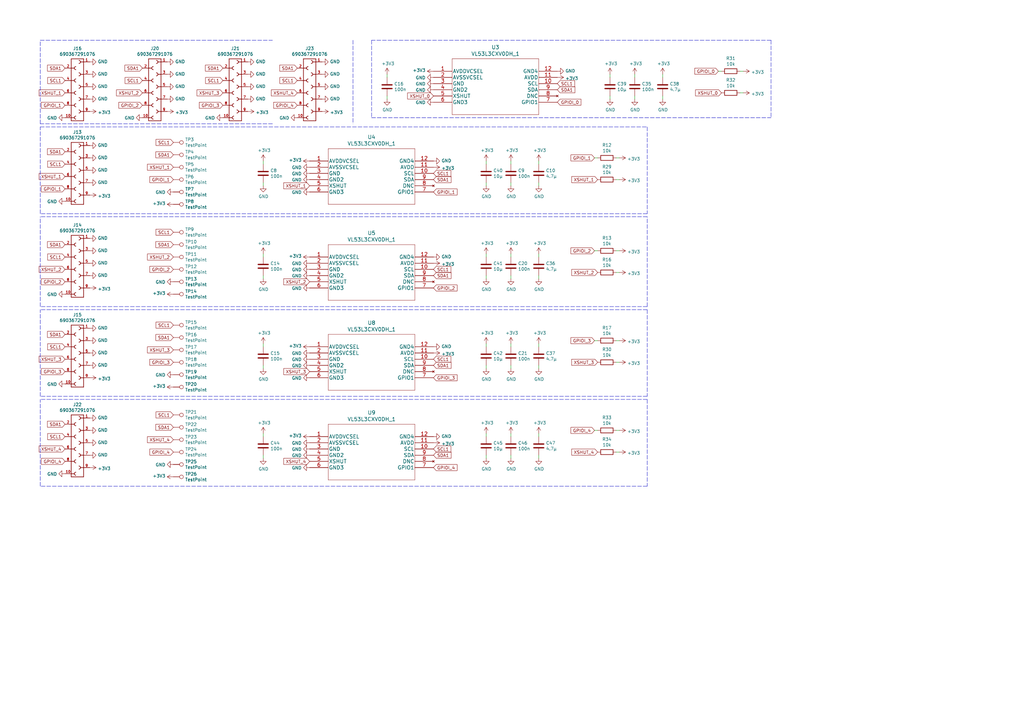
<source format=kicad_sch>
(kicad_sch (version 20211123) (generator eeschema)
  (paper "A3")
  (title_block (title "Sensors") (date "2022-03-04") (rev "V0.1") (company "AP Hogeschool & ED&A"))
  (polyline (pts (xy 16.51 52.07) (xy 265.43 52.07)))
  (wire (pts (xy 199.39 151.13) (xy 199.39 149.86)))
  (polyline (pts (xy 16.51 199.39) (xy 16.51 163.83)))
  (wire (pts (xy 107.95 187.96) (xy 107.95 186.69)))
  (wire (pts (xy 220.98 186.69) (xy 220.98 187.96)))
  (wire (pts (xy 199.39 114.3) (xy 199.39 113.03)))
  (polyline (pts (xy 265.43 87.63) (xy 16.51 87.63)))
  (wire (pts (xy 304.8 38.1) (xy 303.53 38.1)))
  (wire (pts (xy 254 73.66) (xy 252.73 73.66)))
  (polyline (pts (xy 316.23 16.51) (xy 152.4 16.51)))
  (polyline (pts (xy 16.51 16.51) (xy 111.76 16.51)))
  (polyline (pts (xy 111.76 50.8) (xy 16.51 50.8)))
  (polyline (pts (xy 316.23 16.51) (xy 316.23 48.26)))
  (wire (pts (xy 220.98 140.97) (xy 220.98 142.24)))
  (wire (pts (xy 252.73 139.7) (xy 254 139.7)))
  (wire (pts (xy 199.39 67.31) (xy 199.39 66.04)))
  (wire (pts (xy 250.19 31.75) (xy 250.19 30.48)))
  (polyline (pts (xy 265.43 125.73) (xy 265.43 88.9)))
  (wire (pts (xy 254 111.76) (xy 252.73 111.76)))
  (wire (pts (xy 243.84 102.87) (xy 245.11 102.87)))
  (wire (pts (xy 252.73 64.77) (xy 254 64.77)))
  (polyline (pts (xy 16.51 162.56) (xy 16.51 127)))
  (wire (pts (xy 254 185.42) (xy 252.73 185.42)))
  (wire (pts (xy 271.78 39.37) (xy 271.78 40.64)))
  (polyline (pts (xy 265.43 52.07) (xy 265.43 87.63)))
  (wire (pts (xy 260.35 40.64) (xy 260.35 39.37)))
  (polyline (pts (xy 265.43 162.56) (xy 16.51 162.56)))
  (wire (pts (xy 220.98 104.14) (xy 220.98 105.41)))
  (wire (pts (xy 107.95 179.07) (xy 107.95 177.8)))
  (wire (pts (xy 220.98 177.8) (xy 220.98 179.07)))
  (wire (pts (xy 294.64 29.21) (xy 295.91 29.21)))
  (polyline (pts (xy 16.51 125.73) (xy 16.51 88.9)))
  (wire (pts (xy 199.39 105.41) (xy 199.39 104.14)))
  (wire (pts (xy 220.98 149.86) (xy 220.98 151.13)))
  (polyline (pts (xy 265.43 125.73) (xy 16.51 125.73)))
  (wire (pts (xy 107.95 151.13) (xy 107.95 149.86)))
  (wire (pts (xy 252.73 102.87) (xy 254 102.87)))
  (wire (pts (xy 107.95 114.3) (xy 107.95 113.03)))
  (wire (pts (xy 250.19 40.64) (xy 250.19 39.37)))
  (wire (pts (xy 209.55 142.24) (xy 209.55 140.97)))
  (wire (pts (xy 220.98 113.03) (xy 220.98 114.3)))
  (wire (pts (xy 243.84 64.77) (xy 245.11 64.77)))
  (wire (pts (xy 199.39 142.24) (xy 199.39 140.97)))
  (wire (pts (xy 209.55 76.2) (xy 209.55 74.93)))
  (wire (pts (xy 158.75 40.64) (xy 158.75 39.37)))
  (wire (pts (xy 303.53 29.21) (xy 304.8 29.21)))
  (wire (pts (xy 209.55 151.13) (xy 209.55 149.86)))
  (wire (pts (xy 209.55 105.41) (xy 209.55 104.14)))
  (polyline (pts (xy 144.78 16.51) (xy 144.78 50.8)))
  (polyline (pts (xy 265.43 88.9) (xy 16.51 88.9)))
  (polyline (pts (xy 265.43 127) (xy 16.51 127)))
  (wire (pts (xy 220.98 74.93) (xy 220.98 76.2)))
  (polyline (pts (xy 16.51 87.63) (xy 16.51 52.07)))
  (wire (pts (xy 243.84 139.7) (xy 245.11 139.7)))
  (polyline (pts (xy 265.43 127) (xy 265.43 162.56)))
  (wire (pts (xy 209.55 179.07) (xy 209.55 177.8)))
  (wire (pts (xy 199.39 179.07) (xy 199.39 177.8)))
  (wire (pts (xy 107.95 76.2) (xy 107.95 74.93)))
  (wire (pts (xy 252.73 176.53) (xy 254 176.53)))
  (wire (pts (xy 220.98 66.04) (xy 220.98 67.31)))
  (wire (pts (xy 107.95 105.41) (xy 107.95 104.14)))
  (wire (pts (xy 260.35 31.75) (xy 260.35 30.48)))
  (polyline (pts (xy 16.51 50.8) (xy 16.51 16.51)))
  (wire (pts (xy 209.55 187.96) (xy 209.55 186.69)))
  (wire (pts (xy 243.84 176.53) (xy 245.11 176.53)))
  (polyline (pts (xy 152.4 48.26) (xy 316.23 48.26)))
  (wire (pts (xy 107.95 67.31) (xy 107.95 66.04)))
  (polyline (pts (xy 265.43 163.83) (xy 16.51 163.83)))
  (polyline (pts (xy 265.43 163.83) (xy 265.43 199.39)))
  (polyline (pts (xy 152.4 16.51) (xy 152.4 48.26)))
  (polyline (pts (xy 265.43 199.39) (xy 16.51 199.39)))
  (wire (pts (xy 107.95 142.24) (xy 107.95 140.97)))
  (wire (pts (xy 271.78 30.48) (xy 271.78 31.75)))
  (wire (pts (xy 199.39 187.96) (xy 199.39 186.69)))
  (wire (pts (xy 199.39 76.2) (xy 199.39 74.93)))
  (wire (pts (xy 254 148.59) (xy 252.73 148.59)))
  (wire (pts (xy 209.55 67.31) (xy 209.55 66.04)))
  (wire (pts (xy 158.75 31.75) (xy 158.75 30.48)))
  (wire (pts (xy 209.55 114.3) (xy 209.55 113.03)))
  (global_label "SCL1" (shape input) (at 177.8 147.32 0) (property "Intersheet References" "${INTERSHEET_REFS}" (effects hide)))
  (global_label "XSHUT_2" (shape input) (at 58.42 38.1 180) (property "Intersheet References" "${INTERSHEET_REFS}" (effects hide)))
  (global_label "GPIOI_2" (shape input) (at 177.8 118.11 0) (property "Intersheet References" "${INTERSHEET_REFS}" (effects hide)))
  (global_label "XSHUT_3" (shape input) (at 127 152.4 180) (property "Intersheet References" "${INTERSHEET_REFS}" (effects hide)))
  (global_label "SDA1" (shape input) (at 26.67 137.16 180) (property "Intersheet References" "${INTERSHEET_REFS}" (effects hide)))
  (global_label "SDA1" (shape input) (at 71.12 100.33 180) (property "Intersheet References" "${INTERSHEET_REFS}" (effects hide)))
  (global_label "SCL1" (shape input) (at 177.8 71.12 0) (property "Intersheet References" "${INTERSHEET_REFS}" (effects hide)))
  (global_label "SDA1" (shape input) (at 26.67 173.99 180) (property "Intersheet References" "${INTERSHEET_REFS}" (effects hide)))
  (global_label "XSHUT_1" (shape input) (at 26.67 38.1 180) (property "Intersheet References" "${INTERSHEET_REFS}" (effects hide)))
  (global_label "SDA1" (shape input) (at 26.67 62.23 180) (property "Intersheet References" "${INTERSHEET_REFS}" (effects hide)))
  (global_label "XSHUT_4" (shape input) (at 127 189.23 180) (property "Intersheet References" "${INTERSHEET_REFS}" (effects hide)))
  (global_label "SCL1" (shape input) (at 26.67 33.02 180) (property "Intersheet References" "${INTERSHEET_REFS}" (effects hide)))
  (global_label "SCL1" (shape input) (at 58.42 33.02 180) (property "Intersheet References" "${INTERSHEET_REFS}" (effects hide)))
  (global_label "SCL1" (shape input) (at 71.12 170.18 180) (property "Intersheet References" "${INTERSHEET_REFS}" (effects hide)))
  (global_label "GPIOI_2" (shape input) (at 243.84 102.87 180) (property "Intersheet References" "${INTERSHEET_REFS}" (effects hide)))
  (global_label "SDA1" (shape input) (at 91.44 27.94 180) (property "Intersheet References" "${INTERSHEET_REFS}" (effects hide)))
  (global_label "GPIOI_4" (shape input) (at 71.12 185.42 180) (property "Intersheet References" "${INTERSHEET_REFS}" (effects hide)))
  (global_label "SCL1" (shape input) (at 228.6 34.29 0) (property "Intersheet References" "${INTERSHEET_REFS}" (effects hide)))
  (global_label "XSHUT_4" (shape input) (at 121.92 38.1 180) (property "Intersheet References" "${INTERSHEET_REFS}" (effects hide)))
  (global_label "SCL1" (shape input) (at 177.8 110.49 0) (property "Intersheet References" "${INTERSHEET_REFS}" (effects hide)))
  (global_label "GPIOI_4" (shape input) (at 177.8 191.77 0) (property "Intersheet References" "${INTERSHEET_REFS}" (effects hide)))
  (global_label "XSHUT_2" (shape input) (at 245.11 111.76 180) (property "Intersheet References" "${INTERSHEET_REFS}" (effects hide)))
  (global_label "SCL1" (shape input) (at 71.12 58.42 180) (property "Intersheet References" "${INTERSHEET_REFS}" (effects hide)))
  (global_label "SCL1" (shape input) (at 121.92 33.02 180) (property "Intersheet References" "${INTERSHEET_REFS}" (effects hide)))
  (global_label "GPIOI_3" (shape input) (at 71.12 148.59 180) (property "Intersheet References" "${INTERSHEET_REFS}" (effects hide)))
  (global_label "SDA1" (shape input) (at 177.8 186.69 0) (property "Intersheet References" "${INTERSHEET_REFS}" (effects hide)))
  (global_label "SCL1" (shape input) (at 71.12 133.35 180) (property "Intersheet References" "${INTERSHEET_REFS}" (effects hide)))
  (global_label "XSHUT_2" (shape input) (at 71.12 105.41 180) (property "Intersheet References" "${INTERSHEET_REFS}" (effects hide)))
  (global_label "XSHUT_3" (shape input) (at 245.11 148.59 180) (property "Intersheet References" "${INTERSHEET_REFS}" (effects hide)))
  (global_label "XSHUT_2" (shape input) (at 127 115.57 180) (property "Intersheet References" "${INTERSHEET_REFS}" (effects hide)))
  (global_label "GPIOI_3" (shape input) (at 177.8 154.94 0) (property "Intersheet References" "${INTERSHEET_REFS}" (effects hide)))
  (global_label "XSHUT_1" (shape input) (at 26.67 72.39 180) (property "Intersheet References" "${INTERSHEET_REFS}" (effects hide)))
  (global_label "GPIOI_4" (shape input) (at 26.67 189.23 180) (property "Intersheet References" "${INTERSHEET_REFS}" (effects hide)))
  (global_label "GPIOI_3" (shape input) (at 26.67 152.4 180) (property "Intersheet References" "${INTERSHEET_REFS}" (effects hide)))
  (global_label "XSHUT_4" (shape input) (at 26.67 184.15 180) (property "Intersheet References" "${INTERSHEET_REFS}" (effects hide)))
  (global_label "SDA1" (shape input) (at 71.12 63.5 180) (property "Intersheet References" "${INTERSHEET_REFS}" (effects hide)))
  (global_label "GPIOI_0" (shape input) (at 294.64 29.21 180) (property "Intersheet References" "${INTERSHEET_REFS}" (effects hide)))
  (global_label "GPIOI_1" (shape input) (at 26.67 43.18 180) (property "Intersheet References" "${INTERSHEET_REFS}" (effects hide)))
  (global_label "SDA1" (shape input) (at 71.12 175.26 180) (property "Intersheet References" "${INTERSHEET_REFS}" (effects hide)))
  (global_label "GPIOI_0" (shape input) (at 228.6 41.91 0) (property "Intersheet References" "${INTERSHEET_REFS}" (effects hide)))
  (global_label "SDA1" (shape input) (at 121.92 27.94 180) (property "Intersheet References" "${INTERSHEET_REFS}" (effects hide)))
  (global_label "SDA1" (shape input) (at 71.12 138.43 180) (property "Intersheet References" "${INTERSHEET_REFS}" (effects hide)))
  (global_label "XSHUT_4" (shape input) (at 71.12 180.34 180) (property "Intersheet References" "${INTERSHEET_REFS}" (effects hide)))
  (global_label "GPIOI_2" (shape input) (at 58.42 43.18 180) (property "Intersheet References" "${INTERSHEET_REFS}" (effects hide)))
  (global_label "XSHUT_2" (shape input) (at 26.67 110.49 180) (property "Intersheet References" "${INTERSHEET_REFS}" (effects hide)))
  (global_label "GPIOI_4" (shape input) (at 121.92 43.18 180) (property "Intersheet References" "${INTERSHEET_REFS}" (effects hide)))
  (global_label "XSHUT_3" (shape input) (at 91.44 38.1 180) (property "Intersheet References" "${INTERSHEET_REFS}" (effects hide)))
  (global_label "GPIOI_4" (shape input) (at 243.84 176.53 180) (property "Intersheet References" "${INTERSHEET_REFS}" (effects hide)))
  (global_label "XSHUT_3" (shape input) (at 26.67 147.32 180) (property "Intersheet References" "${INTERSHEET_REFS}" (effects hide)))
  (global_label "GPIOI_1" (shape input) (at 177.8 78.74 0) (property "Intersheet References" "${INTERSHEET_REFS}" (effects hide)))
  (global_label "SDA1" (shape input) (at 58.42 27.94 180) (property "Intersheet References" "${INTERSHEET_REFS}" (effects hide)))
  (global_label "XSHUT_4" (shape input) (at 245.11 185.42 180) (property "Intersheet References" "${INTERSHEET_REFS}" (effects hide)))
  (global_label "GPIOI_1" (shape input) (at 71.12 73.66 180) (property "Intersheet References" "${INTERSHEET_REFS}" (effects hide)))
  (global_label "GPIOI_2" (shape input) (at 71.12 110.49 180) (property "Intersheet References" "${INTERSHEET_REFS}" (effects hide)))
  (global_label "GPIOI_3" (shape input) (at 243.84 139.7 180) (property "Intersheet References" "${INTERSHEET_REFS}" (effects hide)))
  (global_label "GPIOI_2" (shape input) (at 26.67 115.57 180) (property "Intersheet References" "${INTERSHEET_REFS}" (effects hide)))
  (global_label "SDA1" (shape input) (at 177.8 73.66 0) (property "Intersheet References" "${INTERSHEET_REFS}" (effects hide)))
  (global_label "SCL1" (shape input) (at 177.8 184.15 0) (property "Intersheet References" "${INTERSHEET_REFS}" (effects hide)))
  (global_label "GPIOI_1" (shape input) (at 243.84 64.77 180) (property "Intersheet References" "${INTERSHEET_REFS}" (effects hide)))
  (global_label "SCL1" (shape input) (at 26.67 179.07 180) (property "Intersheet References" "${INTERSHEET_REFS}" (effects hide)))
  (global_label "SDA1" (shape input) (at 26.67 100.33 180) (property "Intersheet References" "${INTERSHEET_REFS}" (effects hide)))
  (global_label "GPIOI_1" (shape input) (at 26.67 77.47 180) (property "Intersheet References" "${INTERSHEET_REFS}" (effects hide)))
  (global_label "XSHUT_3" (shape input) (at 71.12 143.51 180) (property "Intersheet References" "${INTERSHEET_REFS}" (effects hide)))
  (global_label "SCL1" (shape input) (at 71.12 95.25 180) (property "Intersheet References" "${INTERSHEET_REFS}" (effects hide)))
  (global_label "SDA1" (shape input) (at 228.6 36.83 0) (property "Intersheet References" "${INTERSHEET_REFS}" (effects hide)))
  (global_label "SDA1" (shape input) (at 177.8 149.86 0) (property "Intersheet References" "${INTERSHEET_REFS}" (effects hide)))
  (global_label "SCL1" (shape input) (at 26.67 142.24 180) (property "Intersheet References" "${INTERSHEET_REFS}" (effects hide)))
  (global_label "XSHUT_0" (shape input) (at 295.91 38.1 180) (property "Intersheet References" "${INTERSHEET_REFS}" (effects hide)))
  (global_label "XSHUT_0" (shape input) (at 177.8 39.37 180) (property "Intersheet References" "${INTERSHEET_REFS}" (effects hide)))
  (global_label "GPIOI_3" (shape input) (at 91.44 43.18 180) (property "Intersheet References" "${INTERSHEET_REFS}" (effects hide)))
  (global_label "XSHUT_1" (shape input) (at 71.12 68.58 180) (property "Intersheet References" "${INTERSHEET_REFS}" (effects hide)))
  (global_label "SDA1" (shape input) (at 26.67 27.94 180) (property "Intersheet References" "${INTERSHEET_REFS}" (effects hide)))
  (global_label "SCL1" (shape input) (at 26.67 67.31 180) (property "Intersheet References" "${INTERSHEET_REFS}" (effects hide)))
  (global_label "XSHUT_1" (shape input) (at 245.11 73.66 180) (property "Intersheet References" "${INTERSHEET_REFS}" (effects hide)))
  (global_label "XSHUT_1" (shape input) (at 127 76.2 180) (property "Intersheet References" "${INTERSHEET_REFS}" (effects hide)))
  (global_label "SCL1" (shape input) (at 91.44 33.02 180) (property "Intersheet References" "${INTERSHEET_REFS}" (effects hide)))
  (global_label "SDA1" (shape input) (at 177.8 113.03 0) (property "Intersheet References" "${INTERSHEET_REFS}" (effects hide)))
  (global_label "SCL1" (shape input) (at 26.67 105.41 180) (property "Intersheet References" "${INTERSHEET_REFS}" (effects hide)))
  (symbol (lib_id "power:GND") (at 36.83 59.69 90) (unit 1)
    (property "Reference" "#PWR0147" (effects hide))
    (property "Value" "GND" (at 40.0812 59.563 90) (effects (justify right)))
  )
  (symbol (lib_id "power:GND") (at 36.83 64.77 90) (unit 1)
    (property "Reference" "#PWR0148" (effects hide))
    (property "Value" "GND" (at 40.0812 64.643 90) (effects (justify right)))
  )
  (symbol (lib_id "power:GND") (at 36.83 69.85 90) (unit 1)
    (property "Reference" "#PWR0149" (effects hide))
    (property "Value" "GND" (at 40.0812 69.723 90) (effects (justify right)))
  )
  (symbol (lib_id "power:GND") (at 26.67 82.55 270) (unit 1)
    (property "Reference" "#PWR0150" (effects hide))
    (property "Value" "GND" (at 23.4188 82.677 90) (effects (justify right)))
  )
  (symbol (lib_id "power:GND") (at 36.83 74.93 90) (unit 1)
    (property "Reference" "#PWR0151" (effects hide))
    (property "Value" "GND" (at 40.0812 74.803 90) (effects (justify right)))
  )
  (symbol (lib_id "power:+3.3V") (at 36.83 80.01 270) (unit 1)
    (property "Reference" "#PWR0153" (effects hide))
    (property "Value" "+3.3V" (at 40.0812 80.391 90) (effects (justify left)))
  )
  (symbol (lib_id "power:+3.3V") (at 254 73.66 270) (unit 1)
    (property "Reference" "#PWR0154" (effects hide))
    (property "Value" "+3.3V" (at 257.2512 74.041 90) (effects (justify left)))
  )
  (symbol (lib_id "power:+3.3V") (at 177.8 68.58 270) (unit 1)
    (property "Reference" "#PWR0155" (effects hide))
    (property "Value" "+3.3V" (at 181.0512 68.961 90) (effects (justify left)))
  )
  (symbol (lib_id "power:+3.3V") (at 127 66.04 90) (unit 1)
    (property "Reference" "#PWR0156" (effects hide))
    (property "Value" "+3.3V" (at 123.7488 65.659 90) (effects (justify left)))
  )
  (symbol (lib_id "power:+3.3V") (at 107.95 66.04 0) (unit 1)
    (property "Reference" "#PWR0157" (effects hide))
    (property "Value" "+3.3V" (at 108.331 61.6458 0))
  )
  (symbol (lib_id "power:+3.3V") (at 209.55 66.04 0) (unit 1)
    (property "Reference" "#PWR0158" (effects hide))
    (property "Value" "+3.3V" (at 209.931 61.6458 0))
  )
  (symbol (lib_id "power:+3.3V") (at 220.98 66.04 0) (unit 1)
    (property "Reference" "#PWR0159" (effects hide))
    (property "Value" "+3.3V" (at 221.361 61.6458 0))
  )
  (symbol (lib_id "power:GND") (at 127 71.12 270) (unit 1)
    (property "Reference" "#PWR025" (effects hide))
    (property "Value" "GND" (at 123.7488 71.247 90) (effects (justify right)))
  )
  (symbol (lib_id "power:GND") (at 127 73.66 270) (unit 1)
    (property "Reference" "#PWR026" (effects hide))
    (property "Value" "GND" (at 123.7488 73.787 90) (effects (justify right)))
  )
  (symbol (lib_id "power:GND") (at 127 78.74 270) (unit 1)
    (property "Reference" "#PWR027" (effects hide))
    (property "Value" "GND" (at 123.7488 78.867 90) (effects (justify right)))
  )
  (symbol (lib_id "power:GND") (at 127 68.58 270) (unit 1)
    (property "Reference" "#PWR024" (effects hide))
    (property "Value" "GND" (at 123.7488 68.707 90) (effects (justify right)))
  )
  (symbol (lib_id "Device:C") (at 209.55 71.12 0) (unit 1)
    (property "Reference" "C9" (at 212.471 69.9516 0) (effects (justify left)))
    (property "Value" "100n" (at 212.471 72.263 0) (effects (justify left)))
    (property "Footprint" "Capacitor_SMD:C_0603_1608Metric_Pad1.08x0.95mm_HandSolder" (effects hide))
  )
  (symbol (lib_id "Device:C") (at 220.98 71.12 0) (unit 1)
    (property "Reference" "C10" (at 223.901 69.9516 0) (effects (justify left)))
    (property "Value" "4.7µ" (at 223.901 72.263 0) (effects (justify left)))
    (property "Footprint" "Capacitor_SMD:C_0805_2012Metric_Pad1.18x1.45mm_HandSolder" (effects hide))
  )
  (symbol (lib_id "power:GND") (at 209.55 76.2 0) (unit 1)
    (property "Reference" "#PWR031" (effects hide))
    (property "Value" "GND" (at 209.677 80.5942 0))
  )
  (symbol (lib_id "power:GND") (at 220.98 76.2 0) (unit 1)
    (property "Reference" "#PWR033" (effects hide))
    (property "Value" "GND" (at 221.107 80.5942 0))
  )
  (symbol (lib_id "Device:R") (at 248.92 64.77 270) (unit 1)
    (property "Reference" "R12" (at 248.92 59.5122 90))
    (property "Value" "10k" (at 248.92 61.8236 90))
    (property "Footprint" "Resistor_SMD:R_0805_2012Metric_Pad1.20x1.40mm_HandSolder" (effects hide))
  )
  (symbol (lib_id "power:+3.3V") (at 254 64.77 270) (unit 1)
    (property "Reference" "#PWR034" (effects hide))
    (property "Value" "+3.3V" (at 257.2512 65.151 90) (effects (justify left)))
  )
  (symbol (lib_id "Device:C") (at 107.95 71.12 0) (unit 1)
    (property "Reference" "C8" (at 110.871 69.9516 0) (effects (justify left)))
    (property "Value" "100n" (at 110.871 72.263 0) (effects (justify left)))
    (property "Footprint" "Capacitor_SMD:C_0603_1608Metric_Pad1.08x0.95mm_HandSolder" (effects hide))
  )
  (symbol (lib_id "power:GND") (at 107.95 76.2 0) (unit 1)
    (property "Reference" "#PWR022" (effects hide))
    (property "Value" "GND" (at 108.077 80.5942 0))
  )
  (symbol (lib_id "power:GND") (at 127 110.49 270) (unit 1)
    (property "Reference" "#PWR0160" (effects hide))
    (property "Value" "GND" (at 123.7488 110.617 90) (effects (justify right)))
  )
  (symbol (lib_id "power:GND") (at 127 113.03 270) (unit 1)
    (property "Reference" "#PWR0161" (effects hide))
    (property "Value" "GND" (at 123.7488 113.157 90) (effects (justify right)))
  )
  (symbol (lib_id "power:GND") (at 127 118.11 270) (unit 1)
    (property "Reference" "#PWR0162" (effects hide))
    (property "Value" "GND" (at 123.7488 118.237 90) (effects (justify right)))
  )
  (symbol (lib_id "power:GND") (at 127 107.95 270) (unit 1)
    (property "Reference" "#PWR0163" (effects hide))
    (property "Value" "GND" (at 123.7488 108.077 90) (effects (justify right)))
  )
  (symbol (lib_id "Device:C") (at 209.55 109.22 0) (unit 1)
    (property "Reference" "C20" (at 212.471 108.0516 0) (effects (justify left)))
    (property "Value" "100n" (at 212.471 110.363 0) (effects (justify left)))
    (property "Footprint" "Capacitor_SMD:C_0603_1608Metric_Pad1.08x0.95mm_HandSolder" (effects hide))
  )
  (symbol (lib_id "Device:C") (at 220.98 109.22 0) (unit 1)
    (property "Reference" "C36" (at 223.901 108.0516 0) (effects (justify left)))
    (property "Value" "4.7µ" (at 223.901 110.363 0) (effects (justify left)))
    (property "Footprint" "Capacitor_SMD:C_0805_2012Metric_Pad1.18x1.45mm_HandSolder" (effects hide))
  )
  (symbol (lib_id "power:GND") (at 209.55 114.3 0) (unit 1)
    (property "Reference" "#PWR0164" (effects hide))
    (property "Value" "GND" (at 209.677 118.6942 0))
  )
  (symbol (lib_id "power:GND") (at 220.98 114.3 0) (unit 1)
    (property "Reference" "#PWR0165" (effects hide))
    (property "Value" "GND" (at 221.107 118.6942 0))
  )
  (symbol (lib_id "Device:R") (at 248.92 102.87 270) (unit 1)
    (property "Reference" "R13" (at 248.92 97.6122 90))
    (property "Value" "10k" (at 248.92 99.9236 90))
    (property "Footprint" "Resistor_SMD:R_0805_2012Metric_Pad1.20x1.40mm_HandSolder" (effects hide))
  )
  (symbol (lib_id "power:+3.3V") (at 254 102.87 270) (unit 1)
    (property "Reference" "#PWR0166" (effects hide))
    (property "Value" "+3.3V" (at 257.2512 103.251 90) (effects (justify left)))
  )
  (symbol (lib_id "Device:C") (at 107.95 109.22 0) (unit 1)
    (property "Reference" "C14" (at 110.871 108.0516 0) (effects (justify left)))
    (property "Value" "100n" (at 110.871 110.363 0) (effects (justify left)))
    (property "Footprint" "Capacitor_SMD:C_0603_1608Metric_Pad1.08x0.95mm_HandSolder" (effects hide))
  )
  (symbol (lib_id "power:GND") (at 107.95 114.3 0) (unit 1)
    (property "Reference" "#PWR0167" (effects hide))
    (property "Value" "GND" (at 108.077 118.6942 0))
  )
  (symbol (lib_id "Device:R") (at 248.92 111.76 270) (unit 1)
    (property "Reference" "R16" (at 248.92 106.5022 90))
    (property "Value" "10k" (at 248.92 108.8136 90))
    (property "Footprint" "Resistor_SMD:R_0805_2012Metric_Pad1.20x1.40mm_HandSolder" (effects hide))
  )
  (symbol (lib_id "power:GND") (at 177.8 105.41 90) (unit 1)
    (property "Reference" "#PWR0168" (effects hide))
    (property "Value" "GND" (at 181.0512 105.283 90) (effects (justify right)))
  )
  (symbol (lib_id "power:GND") (at 36.83 97.79 90) (unit 1)
    (property "Reference" "#PWR0169" (effects hide))
    (property "Value" "GND" (at 40.0812 97.663 90) (effects (justify right)))
  )
  (symbol (lib_id "power:GND") (at 36.83 102.87 90) (unit 1)
    (property "Reference" "#PWR0170" (effects hide))
    (property "Value" "GND" (at 40.0812 102.743 90) (effects (justify right)))
  )
  (symbol (lib_id "power:GND") (at 36.83 107.95 90) (unit 1)
    (property "Reference" "#PWR0171" (effects hide))
    (property "Value" "GND" (at 40.0812 107.823 90) (effects (justify right)))
  )
  (symbol (lib_id "power:GND") (at 26.67 120.65 270) (unit 1)
    (property "Reference" "#PWR0172" (effects hide))
    (property "Value" "GND" (at 23.4188 120.777 90) (effects (justify right)))
  )
  (symbol (lib_id "power:GND") (at 36.83 113.03 90) (unit 1)
    (property "Reference" "#PWR0173" (effects hide))
    (property "Value" "GND" (at 40.0812 112.903 90) (effects (justify right)))
  )
  (symbol (lib_id "power:+3.3V") (at 36.83 118.11 270) (unit 1)
    (property "Reference" "#PWR0174" (effects hide))
    (property "Value" "+3.3V" (at 40.0812 118.491 90) (effects (justify left)))
  )
  (symbol (lib_id "power:+3.3V") (at 254 111.76 270) (unit 1)
    (property "Reference" "#PWR0175" (effects hide))
    (property "Value" "+3.3V" (at 257.2512 112.141 90) (effects (justify left)))
  )
  (symbol (lib_id "power:+3.3V") (at 177.8 107.95 270) (unit 1)
    (property "Reference" "#PWR0176" (effects hide))
    (property "Value" "+3.3V" (at 181.0512 108.331 90) (effects (justify left)))
  )
  (symbol (lib_id "power:+3.3V") (at 127 105.41 90) (unit 1)
    (property "Reference" "#PWR0177" (effects hide))
    (property "Value" "+3.3V" (at 123.7488 105.029 90) (effects (justify left)))
  )
  (symbol (lib_id "power:+3.3V") (at 107.95 104.14 0) (unit 1)
    (property "Reference" "#PWR0178" (effects hide))
    (property "Value" "+3.3V" (at 108.331 99.7458 0))
  )
  (symbol (lib_id "power:+3.3V") (at 209.55 104.14 0) (unit 1)
    (property "Reference" "#PWR0179" (effects hide))
    (property "Value" "+3.3V" (at 209.931 99.7458 0))
  )
  (symbol (lib_id "power:+3.3V") (at 220.98 104.14 0) (unit 1)
    (property "Reference" "#PWR0180" (effects hide))
    (property "Value" "+3.3V" (at 221.361 99.7458 0))
  )
  (symbol (lib_id "power:GND") (at 127 147.32 270) (unit 1)
    (property "Reference" "#PWR0181" (effects hide))
    (property "Value" "GND" (at 123.7488 147.447 90) (effects (justify right)))
  )
  (symbol (lib_id "power:GND") (at 127 149.86 270) (unit 1)
    (property "Reference" "#PWR0182" (effects hide))
    (property "Value" "GND" (at 123.7488 149.987 90) (effects (justify right)))
  )
  (symbol (lib_id "power:GND") (at 127 154.94 270) (unit 1)
    (property "Reference" "#PWR0183" (effects hide))
    (property "Value" "GND" (at 123.7488 155.067 90) (effects (justify right)))
  )
  (symbol (lib_id "power:GND") (at 127 144.78 270) (unit 1)
    (property "Reference" "#PWR0184" (effects hide))
    (property "Value" "GND" (at 123.7488 144.907 90) (effects (justify right)))
  )
  (symbol (lib_id "Device:C") (at 209.55 146.05 0) (unit 1)
    (property "Reference" "C21" (at 212.471 144.8816 0) (effects (justify left)))
    (property "Value" "100n" (at 212.471 147.193 0) (effects (justify left)))
    (property "Footprint" "Capacitor_SMD:C_0603_1608Metric_Pad1.08x0.95mm_HandSolder" (effects hide))
  )
  (symbol (lib_id "Device:C") (at 220.98 146.05 0) (unit 1)
    (property "Reference" "C37" (at 223.901 144.8816 0) (effects (justify left)))
    (property "Value" "4.7µ" (at 223.901 147.193 0) (effects (justify left)))
    (property "Footprint" "Capacitor_SMD:C_0805_2012Metric_Pad1.18x1.45mm_HandSolder" (effects hide))
  )
  (symbol (lib_id "power:GND") (at 209.55 151.13 0) (unit 1)
    (property "Reference" "#PWR0185" (effects hide))
    (property "Value" "GND" (at 209.677 155.5242 0))
  )
  (symbol (lib_id "power:GND") (at 220.98 151.13 0) (unit 1)
    (property "Reference" "#PWR0186" (effects hide))
    (property "Value" "GND" (at 221.107 155.5242 0))
  )
  (symbol (lib_id "Device:R") (at 248.92 139.7 270) (unit 1)
    (property "Reference" "R17" (at 248.92 134.4422 90))
    (property "Value" "10k" (at 248.92 136.7536 90))
    (property "Footprint" "Resistor_SMD:R_0805_2012Metric_Pad1.20x1.40mm_HandSolder" (effects hide))
  )
  (symbol (lib_id "power:+3.3V") (at 254 139.7 270) (unit 1)
    (property "Reference" "#PWR0187" (effects hide))
    (property "Value" "+3.3V" (at 257.2512 140.081 90) (effects (justify left)))
  )
  (symbol (lib_id "Device:C") (at 107.95 146.05 0) (unit 1)
    (property "Reference" "C15" (at 110.871 144.8816 0) (effects (justify left)))
    (property "Value" "100n" (at 110.871 147.193 0) (effects (justify left)))
    (property "Footprint" "Capacitor_SMD:C_0603_1608Metric_Pad1.08x0.95mm_HandSolder" (effects hide))
  )
  (symbol (lib_id "power:GND") (at 107.95 151.13 0) (unit 1)
    (property "Reference" "#PWR0188" (effects hide))
    (property "Value" "GND" (at 108.077 155.5242 0))
  )
  (symbol (lib_id "Device:R") (at 248.92 148.59 270) (unit 1)
    (property "Reference" "R30" (at 248.92 143.3322 90))
    (property "Value" "10k" (at 248.92 145.6436 90))
    (property "Footprint" "Resistor_SMD:R_0805_2012Metric_Pad1.20x1.40mm_HandSolder" (effects hide))
  )
  (symbol (lib_id "power:GND") (at 177.8 142.24 90) (unit 1)
    (property "Reference" "#PWR0189" (effects hide))
    (property "Value" "GND" (at 181.0512 142.113 90) (effects (justify right)))
  )
  (symbol (lib_id "power:GND") (at 36.83 134.62 90) (unit 1)
    (property "Reference" "#PWR0190" (effects hide))
    (property "Value" "GND" (at 40.0812 134.493 90) (effects (justify right)))
  )
  (symbol (lib_id "power:GND") (at 36.83 139.7 90) (unit 1)
    (property "Reference" "#PWR0191" (effects hide))
    (property "Value" "GND" (at 40.0812 139.573 90) (effects (justify right)))
  )
  (symbol (lib_id "power:GND") (at 36.83 144.78 90) (unit 1)
    (property "Reference" "#PWR0192" (effects hide))
    (property "Value" "GND" (at 40.0812 144.653 90) (effects (justify right)))
  )
  (symbol (lib_id "power:GND") (at 26.67 157.48 270) (unit 1)
    (property "Reference" "#PWR0193" (effects hide))
    (property "Value" "GND" (at 23.4188 157.607 90) (effects (justify right)))
  )
  (symbol (lib_id "power:GND") (at 36.83 149.86 90) (unit 1)
    (property "Reference" "#PWR0194" (effects hide))
    (property "Value" "GND" (at 40.0812 149.733 90) (effects (justify right)))
  )
  (symbol (lib_id "power:+3.3V") (at 36.83 154.94 270) (unit 1)
    (property "Reference" "#PWR0195" (effects hide))
    (property "Value" "+3.3V" (at 40.0812 155.321 90) (effects (justify left)))
  )
  (symbol (lib_id "power:+3.3V") (at 254 148.59 270) (unit 1)
    (property "Reference" "#PWR0200" (effects hide))
    (property "Value" "+3.3V" (at 257.2512 148.971 90) (effects (justify left)))
  )
  (symbol (lib_id "power:+3.3V") (at 177.8 144.78 270) (unit 1)
    (property "Reference" "#PWR0201" (effects hide))
    (property "Value" "+3.3V" (at 181.0512 145.161 90) (effects (justify left)))
  )
  (symbol (lib_id "power:+3.3V") (at 127 142.24 90) (unit 1)
    (property "Reference" "#PWR0202" (effects hide))
    (property "Value" "+3.3V" (at 123.7488 141.859 90) (effects (justify left)))
  )
  (symbol (lib_id "power:+3.3V") (at 107.95 140.97 0) (unit 1)
    (property "Reference" "#PWR0203" (effects hide))
    (property "Value" "+3.3V" (at 108.331 136.5758 0))
  )
  (symbol (lib_id "power:+3.3V") (at 209.55 140.97 0) (unit 1)
    (property "Reference" "#PWR0204" (effects hide))
    (property "Value" "+3.3V" (at 209.931 136.5758 0))
  )
  (symbol (lib_id "power:+3.3V") (at 220.98 140.97 0) (unit 1)
    (property "Reference" "#PWR0205" (effects hide))
    (property "Value" "+3.3V" (at 221.361 136.5758 0))
  )
  (symbol (lib_id "power:GND") (at 177.8 34.29 270) (unit 1)
    (property "Reference" "#PWR0206" (effects hide))
    (property "Value" "GND" (at 174.5488 34.417 90) (effects (justify right)))
  )
  (symbol (lib_id "power:GND") (at 177.8 36.83 270) (unit 1)
    (property "Reference" "#PWR0207" (effects hide))
    (property "Value" "GND" (at 174.5488 36.957 90) (effects (justify right)))
  )
  (symbol (lib_id "power:GND") (at 177.8 41.91 270) (unit 1)
    (property "Reference" "#PWR0208" (effects hide))
    (property "Value" "GND" (at 174.5488 42.037 90) (effects (justify right)))
  )
  (symbol (lib_id "power:GND") (at 177.8 31.75 270) (unit 1)
    (property "Reference" "#PWR0209" (effects hide))
    (property "Value" "GND" (at 174.5488 31.877 90) (effects (justify right)))
  )
  (symbol (lib_id "Device:C") (at 260.35 35.56 0) (unit 1)
    (property "Reference" "C35" (at 263.271 34.3916 0) (effects (justify left)))
    (property "Value" "100n" (at 263.271 36.703 0) (effects (justify left)))
    (property "Footprint" "Capacitor_SMD:C_0603_1608Metric_Pad1.08x0.95mm_HandSolder" (effects hide))
  )
  (symbol (lib_id "Device:C") (at 271.78 35.56 0) (unit 1)
    (property "Reference" "C38" (at 274.701 34.3916 0) (effects (justify left)))
    (property "Value" "4.7µ" (at 274.701 36.703 0) (effects (justify left)))
    (property "Footprint" "Capacitor_SMD:C_0805_2012Metric_Pad1.18x1.45mm_HandSolder" (effects hide))
  )
  (symbol (lib_id "power:GND") (at 260.35 40.64 0) (unit 1)
    (property "Reference" "#PWR0210" (effects hide))
    (property "Value" "GND" (at 260.477 45.0342 0))
  )
  (symbol (lib_id "power:GND") (at 271.78 40.64 0) (unit 1)
    (property "Reference" "#PWR0211" (effects hide))
    (property "Value" "GND" (at 271.907 45.0342 0))
  )
  (symbol (lib_id "Device:R") (at 299.72 29.21 270) (unit 1)
    (property "Reference" "R31" (at 299.72 23.9522 90))
    (property "Value" "10k" (at 299.72 26.2636 90))
    (property "Footprint" "Resistor_SMD:R_0805_2012Metric_Pad1.20x1.40mm_HandSolder" (effects hide))
  )
  (symbol (lib_id "power:+3.3V") (at 304.8 29.21 270) (unit 1)
    (property "Reference" "#PWR0212" (effects hide))
    (property "Value" "+3.3V" (at 308.0512 29.591 90) (effects (justify left)))
  )
  (symbol (lib_id "Device:C") (at 158.75 35.56 0) (unit 1)
    (property "Reference" "C16" (at 161.671 34.3916 0) (effects (justify left)))
    (property "Value" "100n" (at 161.671 36.703 0) (effects (justify left)))
    (property "Footprint" "Capacitor_SMD:C_0603_1608Metric_Pad1.08x0.95mm_HandSolder" (effects hide))
  )
  (symbol (lib_id "power:GND") (at 158.75 40.64 0) (unit 1)
    (property "Reference" "#PWR0213" (effects hide))
    (property "Value" "GND" (at 158.877 45.0342 0))
  )
  (symbol (lib_id "Device:R") (at 299.72 38.1 270) (unit 1)
    (property "Reference" "R32" (at 299.72 32.8422 90))
    (property "Value" "10k" (at 299.72 35.1536 90))
    (property "Footprint" "Resistor_SMD:R_0805_2012Metric_Pad1.20x1.40mm_HandSolder" (effects hide))
  )
  (symbol (lib_id "power:GND") (at 228.6 29.21 90) (unit 1)
    (property "Reference" "#PWR0214" (effects hide))
    (property "Value" "GND" (at 231.8512 29.083 90) (effects (justify right)))
  )
  (symbol (lib_id "power:+3.3V") (at 304.8 38.1 270) (unit 1)
    (property "Reference" "#PWR0215" (effects hide))
    (property "Value" "+3.3V" (at 308.0512 38.481 90) (effects (justify left)))
  )
  (symbol (lib_id "power:+3.3V") (at 228.6 31.75 270) (unit 1)
    (property "Reference" "#PWR0216" (effects hide))
    (property "Value" "+3.3V" (at 231.8512 32.131 90) (effects (justify left)))
  )
  (symbol (lib_id "power:+3.3V") (at 177.8 29.21 90) (unit 1)
    (property "Reference" "#PWR0217" (effects hide))
    (property "Value" "+3.3V" (at 174.5488 28.829 90) (effects (justify left)))
  )
  (symbol (lib_id "power:+3.3V") (at 158.75 30.48 0) (unit 1)
    (property "Reference" "#PWR0218" (effects hide))
    (property "Value" "+3.3V" (at 159.131 26.0858 0))
  )
  (symbol (lib_id "power:+3.3V") (at 260.35 30.48 0) (unit 1)
    (property "Reference" "#PWR0219" (effects hide))
    (property "Value" "+3.3V" (at 260.731 26.0858 0))
  )
  (symbol (lib_id "power:+3.3V") (at 271.78 30.48 0) (unit 1)
    (property "Reference" "#PWR0220" (effects hide))
    (property "Value" "+3.3V" (at 272.161 26.0858 0))
  )
  (symbol (lib_id "Device:R") (at 248.92 73.66 270) (unit 1)
    (property "Reference" "R29" (at 248.92 68.4022 90))
    (property "Value" "10k" (at 248.92 70.7136 90))
    (property "Footprint" "Resistor_SMD:R_0805_2012Metric_Pad1.20x1.40mm_HandSolder" (effects hide))
  )
  (symbol (lib_id "power:GND") (at 36.83 25.4 90) (unit 1)
    (property "Reference" "#PWR0221" (effects hide))
    (property "Value" "GND" (at 40.0812 25.273 90) (effects (justify right)))
  )
  (symbol (lib_id "power:GND") (at 36.83 30.48 90) (unit 1)
    (property "Reference" "#PWR0222" (effects hide))
    (property "Value" "GND" (at 40.0812 30.353 90) (effects (justify right)))
  )
  (symbol (lib_id "power:GND") (at 36.83 35.56 90) (unit 1)
    (property "Reference" "#PWR0223" (effects hide))
    (property "Value" "GND" (at 40.0812 35.433 90) (effects (justify right)))
  )
  (symbol (lib_id "power:GND") (at 26.67 48.26 270) (unit 1)
    (property "Reference" "#PWR0224" (effects hide))
    (property "Value" "GND" (at 23.4188 48.387 90) (effects (justify right)))
  )
  (symbol (lib_id "power:GND") (at 36.83 40.64 90) (unit 1)
    (property "Reference" "#PWR0225" (effects hide))
    (property "Value" "GND" (at 40.0812 40.513 90) (effects (justify right)))
  )
  (symbol (lib_id "power:+3.3V") (at 36.83 45.72 270) (unit 1)
    (property "Reference" "#PWR0226" (effects hide))
    (property "Value" "+3.3V" (at 40.0812 46.101 90) (effects (justify left)))
  )
  (symbol (lib_id "power:GND") (at 101.6 25.4 90) (unit 1)
    (property "Reference" "#PWR0227" (effects hide))
    (property "Value" "GND" (at 104.8512 25.273 90) (effects (justify right)))
  )
  (symbol (lib_id "power:GND") (at 101.6 30.48 90) (unit 1)
    (property "Reference" "#PWR0228" (effects hide))
    (property "Value" "GND" (at 104.8512 30.353 90) (effects (justify right)))
  )
  (symbol (lib_id "power:GND") (at 101.6 35.56 90) (unit 1)
    (property "Reference" "#PWR0229" (effects hide))
    (property "Value" "GND" (at 104.8512 35.433 90) (effects (justify right)))
  )
  (symbol (lib_id "power:GND") (at 91.44 48.26 270) (unit 1)
    (property "Reference" "#PWR0230" (effects hide))
    (property "Value" "GND" (at 88.1888 48.387 90) (effects (justify right)))
  )
  (symbol (lib_id "power:GND") (at 101.6 40.64 90) (unit 1)
    (property "Reference" "#PWR0231" (effects hide))
    (property "Value" "GND" (at 104.8512 40.513 90) (effects (justify right)))
  )
  (symbol (lib_id "power:+3.3V") (at 101.6 45.72 270) (unit 1)
    (property "Reference" "#PWR0232" (effects hide))
    (property "Value" "+3.3V" (at 104.8512 46.101 90) (effects (justify left)))
  )
  (symbol (lib_id "power:GND") (at 68.58 25.4 90) (unit 1)
    (property "Reference" "#PWR0233" (effects hide))
    (property "Value" "GND" (at 71.8312 25.273 90) (effects (justify right)))
  )
  (symbol (lib_id "power:GND") (at 68.58 30.48 90) (unit 1)
    (property "Reference" "#PWR0234" (effects hide))
    (property "Value" "GND" (at 71.8312 30.353 90) (effects (justify right)))
  )
  (symbol (lib_id "power:GND") (at 68.58 35.56 90) (unit 1)
    (property "Reference" "#PWR0235" (effects hide))
    (property "Value" "GND" (at 71.8312 35.433 90) (effects (justify right)))
  )
  (symbol (lib_id "power:GND") (at 58.42 48.26 270) (unit 1)
    (property "Reference" "#PWR0236" (effects hide))
    (property "Value" "GND" (at 55.1688 48.387 90) (effects (justify right)))
  )
  (symbol (lib_id "power:GND") (at 68.58 40.64 90) (unit 1)
    (property "Reference" "#PWR0237" (effects hide))
    (property "Value" "GND" (at 71.8312 40.513 90) (effects (justify right)))
  )
  (symbol (lib_id "power:+3.3V") (at 68.58 45.72 270) (unit 1)
    (property "Reference" "#PWR0238" (effects hide))
    (property "Value" "+3.3V" (at 71.8312 46.101 90) (effects (justify left)))
  )
  (symbol (lib_id "VL53L3CX:VL53L3CXV0DH_1") (at 127 66.04 0) (unit 1)
    (property "Reference" "U4" (at 152.4 56.2102 0) (effects (font (size 1.524 1.524))))
    (property "Value" "VL53L3CXV0DH_1" (at 152.4 58.9026 0) (effects (font (size 1.524 1.524))))
    (property "Footprint" "VL53L3CX:VL53L3CXV0DH&slash_1" (effects hide))
  )
  (symbol (lib_id "VL53L3CX:VL53L3CXV0DH_1") (at 127 105.41 0) (unit 1)
    (property "Reference" "U5" (at 152.4 95.5802 0) (effects (font (size 1.524 1.524))))
    (property "Value" "VL53L3CXV0DH_1" (at 152.4 98.2726 0) (effects (font (size 1.524 1.524))))
    (property "Footprint" "VL53L3CX:VL53L3CXV0DH&slash_1" (effects hide))
  )
  (symbol (lib_id "VL53L3CX:VL53L3CXV0DH_1") (at 127 142.24 0) (unit 1)
    (property "Reference" "U8" (at 152.4 132.4102 0) (effects (font (size 1.524 1.524))))
    (property "Value" "VL53L3CXV0DH_1" (at 152.4 135.1026 0) (effects (font (size 1.524 1.524))))
    (property "Footprint" "VL53L3CX:VL53L3CXV0DH&slash_1" (effects hide))
  )
  (symbol (lib_id "VL53L3CX:VL53L3CXV0DH_1") (at 177.8 29.21 0) (unit 1)
    (property "Reference" "U3" (at 203.2 19.3802 0) (effects (font (size 1.524 1.524))))
    (property "Value" "VL53L3CXV0DH_1" (at 203.2 22.0726 0) (effects (font (size 1.524 1.524))))
    (property "Footprint" "VL53L3CX:VL53L3CXV0DH&slash_1" (effects hide))
  )
  (symbol (lib_id "power:GND") (at 177.8 66.04 90) (unit 1)
    (property "Reference" "#PWR0152" (effects hide))
    (property "Value" "GND" (at 181.0512 65.913 90) (effects (justify right)))
  )
  (symbol (lib_id "Device:C") (at 250.19 35.56 0) (unit 1)
    (property "Reference" "C39" (at 253.111 34.3916 0) (effects (justify left)))
    (property "Value" "10µ" (at 253.111 36.703 0) (effects (justify left)))
    (property "Footprint" "Capacitor_SMD:C_1206_3216Metric_Pad1.33x1.80mm_HandSolder" (effects hide))
  )
  (symbol (lib_id "power:+3.3V") (at 250.19 30.48 0) (unit 1)
    (property "Reference" "#PWR0118" (effects hide))
    (property "Value" "+3.3V" (at 250.571 26.0858 0))
  )
  (symbol (lib_id "power:GND") (at 250.19 40.64 0) (unit 1)
    (property "Reference" "#PWR0119" (effects hide))
    (property "Value" "GND" (at 250.317 45.0342 0))
  )
  (symbol (lib_id "Device:C") (at 199.39 71.12 0) (unit 1)
    (property "Reference" "C40" (at 202.311 69.9516 0) (effects (justify left)))
    (property "Value" "10µ" (at 202.311 72.263 0) (effects (justify left)))
    (property "Footprint" "Capacitor_SMD:C_1206_3216Metric_Pad1.33x1.80mm_HandSolder" (effects hide))
  )
  (symbol (lib_id "power:+3.3V") (at 199.39 66.04 0) (unit 1)
    (property "Reference" "#PWR0122" (effects hide))
    (property "Value" "+3.3V" (at 199.771 61.6458 0))
  )
  (symbol (lib_id "power:GND") (at 199.39 76.2 0) (unit 1)
    (property "Reference" "#PWR0123" (effects hide))
    (property "Value" "GND" (at 199.517 80.5942 0))
  )
  (symbol (lib_id "Device:C") (at 199.39 109.22 0) (unit 1)
    (property "Reference" "C41" (at 202.311 108.0516 0) (effects (justify left)))
    (property "Value" "10µ" (at 202.311 110.363 0) (effects (justify left)))
    (property "Footprint" "Capacitor_SMD:C_1206_3216Metric_Pad1.33x1.80mm_HandSolder" (effects hide))
  )
  (symbol (lib_id "power:+3.3V") (at 199.39 104.14 0) (unit 1)
    (property "Reference" "#PWR0133" (effects hide))
    (property "Value" "+3.3V" (at 199.771 99.7458 0))
  )
  (symbol (lib_id "power:GND") (at 199.39 114.3 0) (unit 1)
    (property "Reference" "#PWR0134" (effects hide))
    (property "Value" "GND" (at 199.517 118.6942 0))
  )
  (symbol (lib_id "Device:C") (at 199.39 146.05 0) (unit 1)
    (property "Reference" "C42" (at 202.311 144.8816 0) (effects (justify left)))
    (property "Value" "10µ" (at 202.311 147.193 0) (effects (justify left)))
    (property "Footprint" "Capacitor_SMD:C_1206_3216Metric_Pad1.33x1.80mm_HandSolder" (effects hide))
  )
  (symbol (lib_id "power:+3.3V") (at 199.39 140.97 0) (unit 1)
    (property "Reference" "#PWR0135" (effects hide))
    (property "Value" "+3.3V" (at 199.771 136.5758 0))
  )
  (symbol (lib_id "power:GND") (at 199.39 151.13 0) (unit 1)
    (property "Reference" "#PWR0136" (effects hide))
    (property "Value" "GND" (at 199.517 155.5242 0))
  )
  (symbol (lib_id "WR-MM_Female_SMT_Connector:690367291076") (at 31.75 69.85 90) (unit 1)
    (property "Reference" "J13" (at 31.75 54.1782 90))
    (property "Value" "690367291076" (at 31.75 56.4896 90))
    (property "Footprint" "WR-MM Female SMT Connector:WR-MM_Female_SMT_Connector" (effects hide))
    (property "Datasheet" "https://www.we-online.com/katalog/datasheet/690367291076.pdf" (effects hide))
    (property "VALUE" "WR-MM Female SMT Connector" (effects hide))
    (property "TYPE" "Straight" (effects hide))
    (property "PITCH" "2.54" (effects hide))
    (property "PACKAGING" "Tape and Reel" (effects hide))
    (property "DATASHEET-URL" "https://www.we-online.com/catalog/datasheet/690367291076.pdf" (effects hide))
    (property "GENDER" "Female" (effects hide))
    (property "PINS" "10" (effects hide))
    (property "IR" "1.5A" (effects hide))
    (property "PART-NUMBER" "690367291076" (effects hide))
  )
  (symbol (lib_id "WR-MM_Female_SMT_Connector:690367291076") (at 31.75 107.95 90) (unit 1)
    (property "Reference" "J14" (at 31.75 92.2782 90))
    (property "Value" "690367291076" (at 31.75 94.5896 90))
    (property "Footprint" "WR-MM Female SMT Connector:WR-MM_Female_SMT_Connector" (effects hide))
    (property "Datasheet" "https://www.we-online.com/katalog/datasheet/690367291076.pdf" (effects hide))
    (property "VALUE" "WR-MM Female SMT Connector" (effects hide))
    (property "TYPE" "Straight" (effects hide))
    (property "PITCH" "2.54" (effects hide))
    (property "PACKAGING" "Tape and Reel" (effects hide))
    (property "DATASHEET-URL" "https://www.we-online.com/catalog/datasheet/690367291076.pdf" (effects hide))
    (property "GENDER" "Female" (effects hide))
    (property "PINS" "10" (effects hide))
    (property "IR" "1.5A" (effects hide))
    (property "PART-NUMBER" "690367291076" (effects hide))
  )
  (symbol (lib_id "WR-MM_Female_SMT_Connector:690367291076") (at 31.75 144.78 90) (unit 1)
    (property "Reference" "J15" (at 31.75 129.1082 90))
    (property "Value" "690367291076" (at 31.75 131.4196 90))
    (property "Footprint" "WR-MM Female SMT Connector:WR-MM_Female_SMT_Connector" (effects hide))
    (property "Datasheet" "https://www.we-online.com/katalog/datasheet/690367291076.pdf" (effects hide))
    (property "VALUE" "WR-MM Female SMT Connector" (effects hide))
    (property "TYPE" "Straight" (effects hide))
    (property "PITCH" "2.54" (effects hide))
    (property "PACKAGING" "Tape and Reel" (effects hide))
    (property "DATASHEET-URL" "https://www.we-online.com/catalog/datasheet/690367291076.pdf" (effects hide))
    (property "GENDER" "Female" (effects hide))
    (property "PINS" "10" (effects hide))
    (property "IR" "1.5A" (effects hide))
    (property "PART-NUMBER" "690367291076" (effects hide))
  )
  (symbol (lib_id "WR-MM_Female_SMT_Connector:690367291076") (at 31.75 35.56 90) (unit 1)
    (property "Reference" "J16" (at 31.75 19.8882 90))
    (property "Value" "690367291076" (at 31.75 22.1996 90))
    (property "Footprint" "WR-MM Female SMT Connector:WR-MM_Female_SMT_Connector" (effects hide))
    (property "Datasheet" "https://www.we-online.com/katalog/datasheet/690367291076.pdf" (effects hide))
    (property "VALUE" "WR-MM Female SMT Connector" (effects hide))
    (property "TYPE" "Straight" (effects hide))
    (property "PITCH" "2.54" (effects hide))
    (property "PACKAGING" "Tape and Reel" (effects hide))
    (property "DATASHEET-URL" "https://www.we-online.com/catalog/datasheet/690367291076.pdf" (effects hide))
    (property "GENDER" "Female" (effects hide))
    (property "PINS" "10" (effects hide))
    (property "IR" "1.5A" (effects hide))
    (property "PART-NUMBER" "690367291076" (effects hide))
  )
  (symbol (lib_id "WR-MM_Female_SMT_Connector:690367291076") (at 63.5 35.56 90) (unit 1)
    (property "Reference" "J20" (at 63.5 19.8882 90))
    (property "Value" "690367291076" (at 63.5 22.1996 90))
    (property "Footprint" "WR-MM Female SMT Connector:WR-MM_Female_SMT_Connector" (effects hide))
    (property "Datasheet" "https://www.we-online.com/katalog/datasheet/690367291076.pdf" (effects hide))
    (property "VALUE" "WR-MM Female SMT Connector" (effects hide))
    (property "TYPE" "Straight" (effects hide))
    (property "PITCH" "2.54" (effects hide))
    (property "PACKAGING" "Tape and Reel" (effects hide))
    (property "DATASHEET-URL" "https://www.we-online.com/catalog/datasheet/690367291076.pdf" (effects hide))
    (property "GENDER" "Female" (effects hide))
    (property "PINS" "10" (effects hide))
    (property "IR" "1.5A" (effects hide))
    (property "PART-NUMBER" "690367291076" (effects hide))
  )
  (symbol (lib_id "WR-MM_Female_SMT_Connector:690367291076") (at 96.52 35.56 90) (unit 1)
    (property "Reference" "J21" (at 96.52 19.8882 90))
    (property "Value" "690367291076" (at 96.52 22.1996 90))
    (property "Footprint" "WR-MM Female SMT Connector:WR-MM_Female_SMT_Connector" (effects hide))
    (property "Datasheet" "https://www.we-online.com/katalog/datasheet/690367291076.pdf" (effects hide))
    (property "VALUE" "WR-MM Female SMT Connector" (effects hide))
    (property "TYPE" "Straight" (effects hide))
    (property "PITCH" "2.54" (effects hide))
    (property "PACKAGING" "Tape and Reel" (effects hide))
    (property "DATASHEET-URL" "https://www.we-online.com/catalog/datasheet/690367291076.pdf" (effects hide))
    (property "GENDER" "Female" (effects hide))
    (property "PINS" "10" (effects hide))
    (property "IR" "1.5A" (effects hide))
    (property "PART-NUMBER" "690367291076" (effects hide))
  )
  (symbol (lib_id "Connector:TestPoint") (at 71.12 58.42 270) (unit 1)
    (property "Reference" "TP3" (at 75.8952 57.2516 90) (effects (justify left)))
    (property "Value" "TestPoint" (at 75.8952 59.563 90) (effects (justify left)))
    (property "Footprint" "TestPoint:TestPoint_Pad_D2.0mm" (effects hide))
  )
  (symbol (lib_id "Connector:TestPoint") (at 71.12 63.5 270) (unit 1)
    (property "Reference" "TP4" (at 75.8952 62.3316 90) (effects (justify left)))
    (property "Value" "TestPoint" (at 75.8952 64.643 90) (effects (justify left)))
    (property "Footprint" "TestPoint:TestPoint_Pad_D2.0mm" (effects hide))
  )
  (symbol (lib_id "Connector:TestPoint") (at 71.12 68.58 270) (unit 1)
    (property "Reference" "TP5" (at 75.8952 67.4116 90) (effects (justify left)))
    (property "Value" "TestPoint" (at 75.8952 69.723 90) (effects (justify left)))
    (property "Footprint" "TestPoint:TestPoint_Pad_D2.0mm" (effects hide))
  )
  (symbol (lib_id "Connector:TestPoint") (at 71.12 73.66 270) (unit 1)
    (property "Reference" "TP6" (at 75.8952 72.4916 90) (effects (justify left)))
    (property "Value" "TestPoint" (at 75.8952 74.803 90) (effects (justify left)))
    (property "Footprint" "TestPoint:TestPoint_Pad_D2.0mm" (effects hide))
  )
  (symbol (lib_id "Connector:TestPoint") (at 71.12 78.74 270) (unit 1)
    (property "Reference" "TP7" (at 75.8952 77.5716 90) (effects (justify left)))
    (property "Value" "TestPoint" (at 75.8952 79.883 90) (effects (justify left)))
    (property "Footprint" "TestPoint:TestPoint_Pad_D2.0mm" (effects hide))
  )
  (symbol (lib_id "power:GND") (at 71.12 78.74 270) (unit 1)
    (property "Reference" "#PWR0137" (effects hide))
    (property "Value" "GND" (at 67.8688 78.867 90) (effects (justify right)))
  )
  (symbol (lib_id "power:+3.3V") (at 71.12 83.82 90) (unit 1)
    (property "Reference" "#PWR0138" (effects hide))
    (property "Value" "+3.3V" (at 67.8688 83.439 90) (effects (justify left)))
  )
  (symbol (lib_id "Connector:TestPoint") (at 71.12 83.82 270) (unit 1)
    (property "Reference" "TP8" (at 75.8952 82.6516 90) (effects (justify left)))
    (property "Value" "TestPoint" (at 75.8952 84.963 90) (effects (justify left)))
    (property "Footprint" "TestPoint:TestPoint_Pad_D2.0mm" (effects hide))
  )
  (symbol (lib_id "Connector:TestPoint") (at 71.12 95.25 270) (unit 1)
    (property "Reference" "TP9" (at 75.8952 94.0816 90) (effects (justify left)))
    (property "Value" "TestPoint" (at 75.8952 96.393 90) (effects (justify left)))
    (property "Footprint" "TestPoint:TestPoint_Pad_D2.0mm" (effects hide))
  )
  (symbol (lib_id "Connector:TestPoint") (at 71.12 100.33 270) (unit 1)
    (property "Reference" "TP10" (at 75.8952 99.1616 90) (effects (justify left)))
    (property "Value" "TestPoint" (at 75.8952 101.473 90) (effects (justify left)))
    (property "Footprint" "TestPoint:TestPoint_Pad_D2.0mm" (effects hide))
  )
  (symbol (lib_id "Connector:TestPoint") (at 71.12 105.41 270) (unit 1)
    (property "Reference" "TP11" (at 75.8952 104.2416 90) (effects (justify left)))
    (property "Value" "TestPoint" (at 75.8952 106.553 90) (effects (justify left)))
    (property "Footprint" "TestPoint:TestPoint_Pad_D2.0mm" (effects hide))
  )
  (symbol (lib_id "Connector:TestPoint") (at 71.12 110.49 270) (unit 1)
    (property "Reference" "TP12" (at 75.8952 109.3216 90) (effects (justify left)))
    (property "Value" "TestPoint" (at 75.8952 111.633 90) (effects (justify left)))
    (property "Footprint" "TestPoint:TestPoint_Pad_D2.0mm" (effects hide))
  )
  (symbol (lib_id "Connector:TestPoint") (at 71.12 115.57 270) (unit 1)
    (property "Reference" "TP13" (at 75.8952 114.4016 90) (effects (justify left)))
    (property "Value" "TestPoint" (at 75.8952 116.713 90) (effects (justify left)))
    (property "Footprint" "TestPoint:TestPoint_Pad_D2.0mm" (effects hide))
  )
  (symbol (lib_id "Connector:TestPoint") (at 71.12 120.65 270) (unit 1)
    (property "Reference" "TP14" (at 75.8952 119.4816 90) (effects (justify left)))
    (property "Value" "TestPoint" (at 75.8952 121.793 90) (effects (justify left)))
    (property "Footprint" "TestPoint:TestPoint_Pad_D2.0mm" (effects hide))
  )
  (symbol (lib_id "Connector:TestPoint") (at 71.12 133.35 270) (unit 1)
    (property "Reference" "TP15" (at 75.8952 132.1816 90) (effects (justify left)))
    (property "Value" "TestPoint" (at 75.8952 134.493 90) (effects (justify left)))
    (property "Footprint" "TestPoint:TestPoint_Pad_D2.0mm" (effects hide))
  )
  (symbol (lib_id "Connector:TestPoint") (at 71.12 138.43 270) (unit 1)
    (property "Reference" "TP16" (at 75.8952 137.2616 90) (effects (justify left)))
    (property "Value" "TestPoint" (at 75.8952 139.573 90) (effects (justify left)))
    (property "Footprint" "TestPoint:TestPoint_Pad_D2.0mm" (effects hide))
  )
  (symbol (lib_id "Connector:TestPoint") (at 71.12 143.51 270) (unit 1)
    (property "Reference" "TP17" (at 75.8952 142.3416 90) (effects (justify left)))
    (property "Value" "TestPoint" (at 75.8952 144.653 90) (effects (justify left)))
    (property "Footprint" "TestPoint:TestPoint_Pad_D2.0mm" (effects hide))
  )
  (symbol (lib_id "Connector:TestPoint") (at 71.12 148.59 270) (unit 1)
    (property "Reference" "TP18" (at 75.8952 147.4216 90) (effects (justify left)))
    (property "Value" "TestPoint" (at 75.8952 149.733 90) (effects (justify left)))
    (property "Footprint" "TestPoint:TestPoint_Pad_D2.0mm" (effects hide))
  )
  (symbol (lib_id "Connector:TestPoint") (at 71.12 153.67 270) (unit 1)
    (property "Reference" "TP19" (at 75.8952 152.5016 90) (effects (justify left)))
    (property "Value" "TestPoint" (at 75.8952 154.813 90) (effects (justify left)))
    (property "Footprint" "TestPoint:TestPoint_Pad_D2.0mm" (effects hide))
  )
  (symbol (lib_id "Connector:TestPoint") (at 71.12 158.75 270) (unit 1)
    (property "Reference" "TP20" (at 75.8952 157.5816 90) (effects (justify left)))
    (property "Value" "TestPoint" (at 75.8952 159.893 90) (effects (justify left)))
    (property "Footprint" "TestPoint:TestPoint_Pad_D2.0mm" (effects hide))
  )
  (symbol (lib_id "power:GND") (at 71.12 153.67 270) (unit 1)
    (property "Reference" "#PWR0139" (effects hide))
    (property "Value" "GND" (at 67.8688 153.797 90) (effects (justify right)))
  )
  (symbol (lib_id "power:GND") (at 71.12 115.57 270) (unit 1)
    (property "Reference" "#PWR0140" (effects hide))
    (property "Value" "GND" (at 67.8688 115.697 90) (effects (justify right)))
  )
  (symbol (lib_id "power:+3.3V") (at 71.12 120.65 90) (unit 1)
    (property "Reference" "#PWR0141" (effects hide))
    (property "Value" "+3.3V" (at 67.8688 120.269 90) (effects (justify left)))
  )
  (symbol (lib_id "power:+3.3V") (at 71.12 158.75 90) (unit 1)
    (property "Reference" "#PWR0142" (effects hide))
    (property "Value" "+3.3V" (at 67.8688 158.369 90) (effects (justify left)))
  )
  (symbol (lib_id "Device:C") (at 209.55 182.88 0) (unit 1)
    (property "Reference" "C46" (at 212.471 181.7116 0) (effects (justify left)))
    (property "Value" "100n" (at 212.471 184.023 0) (effects (justify left)))
    (property "Footprint" "Capacitor_SMD:C_0603_1608Metric_Pad1.08x0.95mm_HandSolder" (effects hide))
  )
  (symbol (lib_id "power:GND") (at 177.8 179.07 90) (unit 1)
    (property "Reference" "#PWR045" (effects hide))
    (property "Value" "GND" (at 181.0512 178.943 90) (effects (justify right)))
  )
  (symbol (lib_id "Connector:TestPoint") (at 71.12 185.42 270) (unit 1)
    (property "Reference" "TP24" (at 75.8952 184.2516 90) (effects (justify left)))
    (property "Value" "TestPoint" (at 75.8952 186.563 90) (effects (justify left)))
    (property "Footprint" "TestPoint:TestPoint_Pad_D2.0mm" (effects hide))
  )
  (symbol (lib_id "power:+3.3V") (at 220.98 177.8 0) (unit 1)
    (property "Reference" "#PWR051" (effects hide))
    (property "Value" "+3.3V" (at 221.361 173.4058 0))
  )
  (symbol (lib_id "power:+3.3V") (at 71.12 195.58 90) (unit 1)
    (property "Reference" "#PWR028" (effects hide))
    (property "Value" "+3.3V" (at 67.8688 195.199 90) (effects (justify left)))
  )
  (symbol (lib_id "power:GND") (at 121.92 48.26 270) (unit 1)
    (property "Reference" "#PWR032" (effects hide))
    (property "Value" "GND" (at 118.6688 48.387 90) (effects (justify right)))
  )
  (symbol (lib_id "Connector:TestPoint") (at 71.12 175.26 270) (unit 1)
    (property "Reference" "TP22" (at 75.8952 174.0916 90) (effects (justify left)))
    (property "Value" "TestPoint" (at 75.8952 176.403 90) (effects (justify left)))
    (property "Footprint" "TestPoint:TestPoint_Pad_D2.0mm" (effects hide))
  )
  (symbol (lib_id "power:GND") (at 107.95 187.96 0) (unit 1)
    (property "Reference" "#PWR030" (effects hide))
    (property "Value" "GND" (at 108.077 192.3542 0))
  )
  (symbol (lib_id "power:GND") (at 132.08 30.48 90) (unit 1)
    (property "Reference" "#PWR041" (effects hide))
    (property "Value" "GND" (at 135.3312 30.353 90) (effects (justify right)))
  )
  (symbol (lib_id "power:GND") (at 36.83 181.61 90) (unit 1)
    (property "Reference" "#PWR014" (effects hide))
    (property "Value" "GND" (at 40.0812 181.483 90) (effects (justify right)))
  )
  (symbol (lib_id "power:+3.3V") (at 177.8 181.61 270) (unit 1)
    (property "Reference" "#PWR046" (effects hide))
    (property "Value" "+3.3V" (at 181.0512 181.991 90) (effects (justify left)))
  )
  (symbol (lib_id "Device:C") (at 107.95 182.88 0) (unit 1)
    (property "Reference" "C44" (at 110.871 181.7116 0) (effects (justify left)))
    (property "Value" "100n" (at 110.871 184.023 0) (effects (justify left)))
    (property "Footprint" "Capacitor_SMD:C_0603_1608Metric_Pad1.08x0.95mm_HandSolder" (effects hide))
  )
  (symbol (lib_id "WR-MM_Female_SMT_Connector:690367291076") (at 31.75 181.61 90) (unit 1)
    (property "Reference" "J22" (at 31.75 165.9382 90))
    (property "Value" "690367291076" (at 31.75 168.2496 90))
    (property "Footprint" "WR-MM Female SMT Connector:WR-MM_Female_SMT_Connector" (effects hide))
    (property "Datasheet" "https://www.we-online.com/katalog/datasheet/690367291076.pdf" (effects hide))
    (property "VALUE" "WR-MM Female SMT Connector" (effects hide))
    (property "TYPE" "Straight" (effects hide))
    (property "PITCH" "2.54" (effects hide))
    (property "PACKAGING" "Tape and Reel" (effects hide))
    (property "DATASHEET-URL" "https://www.we-online.com/catalog/datasheet/690367291076.pdf" (effects hide))
    (property "GENDER" "Female" (effects hide))
    (property "PINS" "10" (effects hide))
    (property "IR" "1.5A" (effects hide))
    (property "PART-NUMBER" "690367291076" (effects hide))
  )
  (symbol (lib_id "power:GND") (at 209.55 187.96 0) (unit 1)
    (property "Reference" "#PWR050" (effects hide))
    (property "Value" "GND" (at 209.677 192.3542 0))
  )
  (symbol (lib_id "power:GND") (at 127 191.77 270) (unit 1)
    (property "Reference" "#PWR039" (effects hide))
    (property "Value" "GND" (at 123.7488 191.897 90) (effects (justify right)))
  )
  (symbol (lib_id "power:GND") (at 71.12 190.5 270) (unit 1)
    (property "Reference" "#PWR023" (effects hide))
    (property "Value" "GND" (at 67.8688 190.627 90) (effects (justify right)))
  )
  (symbol (lib_id "WR-MM_Female_SMT_Connector:690367291076") (at 127 35.56 90) (unit 1)
    (property "Reference" "J23" (at 127 19.8882 90))
    (property "Value" "690367291076" (at 127 22.1996 90))
    (property "Footprint" "WR-MM Female SMT Connector:WR-MM_Female_SMT_Connector" (effects hide))
    (property "Datasheet" "https://www.we-online.com/katalog/datasheet/690367291076.pdf" (effects hide))
    (property "VALUE" "WR-MM Female SMT Connector" (effects hide))
    (property "TYPE" "Straight" (effects hide))
    (property "PITCH" "2.54" (effects hide))
    (property "PACKAGING" "Tape and Reel" (effects hide))
    (property "DATASHEET-URL" "https://www.we-online.com/catalog/datasheet/690367291076.pdf" (effects hide))
    (property "GENDER" "Female" (effects hide))
    (property "PINS" "10" (effects hide))
    (property "IR" "1.5A" (effects hide))
    (property "PART-NUMBER" "690367291076" (effects hide))
  )
  (symbol (lib_id "power:GND") (at 127 186.69 270) (unit 1)
    (property "Reference" "#PWR038" (effects hide))
    (property "Value" "GND" (at 123.7488 186.817 90) (effects (justify right)))
  )
  (symbol (lib_id "power:+3.3V") (at 254 185.42 270) (unit 1)
    (property "Reference" "#PWR054" (effects hide))
    (property "Value" "+3.3V" (at 257.2512 185.801 90) (effects (justify left)))
  )
  (symbol (lib_id "power:+3.3V") (at 127 179.07 90) (unit 1)
    (property "Reference" "#PWR035" (effects hide))
    (property "Value" "+3.3V" (at 123.7488 178.689 90) (effects (justify left)))
  )
  (symbol (lib_id "power:GND") (at 26.67 194.31 270) (unit 1)
    (property "Reference" "#PWR08" (effects hide))
    (property "Value" "GND" (at 23.4188 194.437 90) (effects (justify right)))
  )
  (symbol (lib_id "power:GND") (at 36.83 186.69 90) (unit 1)
    (property "Reference" "#PWR015" (effects hide))
    (property "Value" "GND" (at 40.0812 186.563 90) (effects (justify right)))
  )
  (symbol (lib_id "power:GND") (at 127 184.15 270) (unit 1)
    (property "Reference" "#PWR037" (effects hide))
    (property "Value" "GND" (at 123.7488 184.277 90) (effects (justify right)))
  )
  (symbol (lib_id "Device:C") (at 199.39 182.88 0) (unit 1)
    (property "Reference" "C45" (at 202.311 181.7116 0) (effects (justify left)))
    (property "Value" "10µ" (at 202.311 184.023 0) (effects (justify left)))
    (property "Footprint" "Capacitor_SMD:C_1206_3216Metric_Pad1.33x1.80mm_HandSolder" (effects hide))
  )
  (symbol (lib_id "power:GND") (at 36.83 171.45 90) (unit 1)
    (property "Reference" "#PWR010" (effects hide))
    (property "Value" "GND" (at 40.0812 171.323 90) (effects (justify right)))
  )
  (symbol (lib_id "Device:C") (at 220.98 182.88 0) (unit 1)
    (property "Reference" "C47" (at 223.901 181.7116 0) (effects (justify left)))
    (property "Value" "4.7µ" (at 223.901 184.023 0) (effects (justify left)))
    (property "Footprint" "Capacitor_SMD:C_0805_2012Metric_Pad1.18x1.45mm_HandSolder" (effects hide))
  )
  (symbol (lib_id "power:GND") (at 127 181.61 270) (unit 1)
    (property "Reference" "#PWR036" (effects hide))
    (property "Value" "GND" (at 123.7488 181.737 90) (effects (justify right)))
  )
  (symbol (lib_id "power:GND") (at 132.08 25.4 90) (unit 1)
    (property "Reference" "#PWR040" (effects hide))
    (property "Value" "GND" (at 135.3312 25.273 90) (effects (justify right)))
  )
  (symbol (lib_id "VL53L3CX:VL53L3CXV0DH_1") (at 127 179.07 0) (unit 1)
    (property "Reference" "U9" (at 152.4 169.2402 0) (effects (font (size 1.524 1.524))))
    (property "Value" "VL53L3CXV0DH_1" (at 152.4 171.9326 0) (effects (font (size 1.524 1.524))))
    (property "Footprint" "VL53L3CX:VL53L3CXV0DH&slash_1" (effects hide))
  )
  (symbol (lib_id "power:GND") (at 132.08 40.64 90) (unit 1)
    (property "Reference" "#PWR043" (effects hide))
    (property "Value" "GND" (at 135.3312 40.513 90) (effects (justify right)))
  )
  (symbol (lib_id "power:+3.3V") (at 107.95 177.8 0) (unit 1)
    (property "Reference" "#PWR029" (effects hide))
    (property "Value" "+3.3V" (at 108.331 173.4058 0))
  )
  (symbol (lib_id "Device:R") (at 248.92 185.42 270) (unit 1)
    (property "Reference" "R34" (at 248.92 180.1622 90))
    (property "Value" "10k" (at 248.92 182.4736 90))
    (property "Footprint" "Resistor_SMD:R_0805_2012Metric_Pad1.20x1.40mm_HandSolder" (effects hide))
  )
  (symbol (lib_id "power:GND") (at 132.08 35.56 90) (unit 1)
    (property "Reference" "#PWR042" (effects hide))
    (property "Value" "GND" (at 135.3312 35.433 90) (effects (justify right)))
  )
  (symbol (lib_id "Connector:TestPoint") (at 71.12 170.18 270) (unit 1)
    (property "Reference" "TP21" (at 75.8952 169.0116 90) (effects (justify left)))
    (property "Value" "TestPoint" (at 75.8952 171.323 90) (effects (justify left)))
    (property "Footprint" "TestPoint:TestPoint_Pad_D2.0mm" (effects hide))
  )
  (symbol (lib_id "power:+3.3V") (at 36.83 191.77 270) (unit 1)
    (property "Reference" "#PWR021" (effects hide))
    (property "Value" "+3.3V" (at 40.0812 192.151 90) (effects (justify left)))
  )
  (symbol (lib_id "power:GND") (at 199.39 187.96 0) (unit 1)
    (property "Reference" "#PWR048" (effects hide))
    (property "Value" "GND" (at 199.517 192.3542 0))
  )
  (symbol (lib_id "Device:R") (at 248.92 176.53 270) (unit 1)
    (property "Reference" "R33" (at 248.92 171.2722 90))
    (property "Value" "10k" (at 248.92 173.5836 90))
    (property "Footprint" "Resistor_SMD:R_0805_2012Metric_Pad1.20x1.40mm_HandSolder" (effects hide))
  )
  (symbol (lib_id "power:GND") (at 220.98 187.96 0) (unit 1)
    (property "Reference" "#PWR052" (effects hide))
    (property "Value" "GND" (at 221.107 192.3542 0))
  )
  (symbol (lib_id "power:+3.3V") (at 199.39 177.8 0) (unit 1)
    (property "Reference" "#PWR047" (effects hide))
    (property "Value" "+3.3V" (at 199.771 173.4058 0))
  )
  (symbol (lib_id "power:+3.3V") (at 254 176.53 270) (unit 1)
    (property "Reference" "#PWR053" (effects hide))
    (property "Value" "+3.3V" (at 257.2512 176.911 90) (effects (justify left)))
  )
  (symbol (lib_id "power:GND") (at 36.83 176.53 90) (unit 1)
    (property "Reference" "#PWR011" (effects hide))
    (property "Value" "GND" (at 40.0812 176.403 90) (effects (justify right)))
  )
  (symbol (lib_id "Connector:TestPoint") (at 71.12 180.34 270) (unit 1)
    (property "Reference" "TP23" (at 75.8952 179.1716 90) (effects (justify left)))
    (property "Value" "TestPoint" (at 75.8952 181.483 90) (effects (justify left)))
    (property "Footprint" "TestPoint:TestPoint_Pad_D2.0mm" (effects hide))
  )
  (symbol (lib_id "power:+3.3V") (at 132.08 45.72 270) (unit 1)
    (property "Reference" "#PWR044" (effects hide))
    (property "Value" "+3.3V" (at 135.3312 46.101 90) (effects (justify left)))
  )
  (symbol (lib_id "Connector:TestPoint") (at 71.12 195.58 270) (unit 1)
    (property "Reference" "TP26" (at 75.8952 194.4116 90) (effects (justify left)))
    (property "Value" "TestPoint" (at 75.8952 196.723 90) (effects (justify left)))
    (property "Footprint" "TestPoint:TestPoint_Pad_D2.0mm" (effects hide))
  )
  (symbol (lib_id "power:+3.3V") (at 209.55 177.8 0) (unit 1)
    (property "Reference" "#PWR049" (effects hide))
    (property "Value" "+3.3V" (at 209.931 173.4058 0))
  )
  (symbol (lib_id "Connector:TestPoint") (at 71.12 190.5 270) (unit 1)
    (property "Reference" "TP25" (at 75.8952 189.3316 90) (effects (justify left)))
    (property "Value" "TestPoint" (at 75.8952 191.643 90) (effects (justify left)))
    (property "Footprint" "TestPoint:TestPoint_Pad_D2.0mm" (effects hide))
  )
)
</source>
